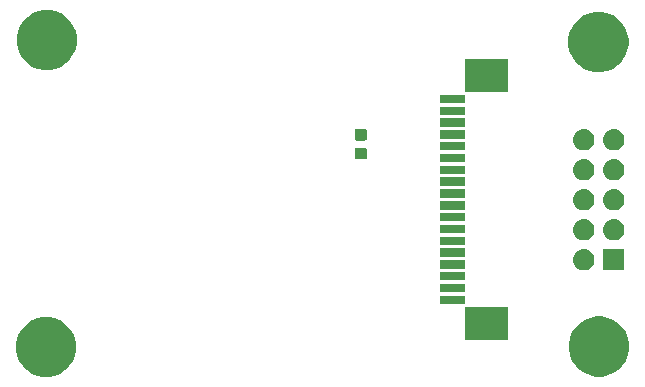
<source format=gbr>
G04 #@! TF.GenerationSoftware,KiCad,Pcbnew,(5.1.4)-1*
G04 #@! TF.CreationDate,2021-10-09T11:26:26+08:00*
G04 #@! TF.ProjectId,ConnectInterface,436f6e6e-6563-4744-996e-746572666163,rev?*
G04 #@! TF.SameCoordinates,Original*
G04 #@! TF.FileFunction,Soldermask,Top*
G04 #@! TF.FilePolarity,Negative*
%FSLAX46Y46*%
G04 Gerber Fmt 4.6, Leading zero omitted, Abs format (unit mm)*
G04 Created by KiCad (PCBNEW (5.1.4)-1) date 2021-10-09 11:26:26*
%MOMM*%
%LPD*%
G04 APERTURE LIST*
%ADD10C,0.100000*%
G04 APERTURE END LIST*
D10*
G36*
X133267492Y-79713713D02*
G01*
X133620837Y-79860073D01*
X133731746Y-79906013D01*
X134149562Y-80185189D01*
X134504885Y-80540512D01*
X134753366Y-80912390D01*
X134784062Y-80958330D01*
X134976361Y-81422582D01*
X135074394Y-81915427D01*
X135074394Y-82417933D01*
X134976361Y-82910778D01*
X134803091Y-83329090D01*
X134784061Y-83375032D01*
X134504885Y-83792848D01*
X134149562Y-84148171D01*
X133731746Y-84427347D01*
X133731745Y-84427348D01*
X133731744Y-84427348D01*
X133267492Y-84619647D01*
X132774647Y-84717680D01*
X132272141Y-84717680D01*
X131779296Y-84619647D01*
X131315044Y-84427348D01*
X131315043Y-84427348D01*
X131315042Y-84427347D01*
X130897226Y-84148171D01*
X130541903Y-83792848D01*
X130262727Y-83375032D01*
X130243697Y-83329090D01*
X130070427Y-82910778D01*
X129972394Y-82417933D01*
X129972394Y-81915427D01*
X130070427Y-81422582D01*
X130262726Y-80958330D01*
X130293422Y-80912390D01*
X130541903Y-80540512D01*
X130897226Y-80185189D01*
X131315042Y-79906013D01*
X131425951Y-79860073D01*
X131779296Y-79713713D01*
X132272141Y-79615680D01*
X132774647Y-79615680D01*
X133267492Y-79713713D01*
X133267492Y-79713713D01*
G37*
G36*
X180088418Y-79667773D02*
G01*
X180552670Y-79860072D01*
X180552672Y-79860073D01*
X180970488Y-80139249D01*
X181325811Y-80494572D01*
X181604987Y-80912388D01*
X181604988Y-80912390D01*
X181797287Y-81376642D01*
X181895320Y-81869487D01*
X181895320Y-82371993D01*
X181797287Y-82864838D01*
X181604988Y-83329090D01*
X181604987Y-83329092D01*
X181325811Y-83746908D01*
X180970488Y-84102231D01*
X180552672Y-84381407D01*
X180552671Y-84381408D01*
X180552670Y-84381408D01*
X180088418Y-84573707D01*
X179595573Y-84671740D01*
X179093067Y-84671740D01*
X178600222Y-84573707D01*
X178135970Y-84381408D01*
X178135969Y-84381408D01*
X178135968Y-84381407D01*
X177718152Y-84102231D01*
X177362829Y-83746908D01*
X177083653Y-83329092D01*
X177083652Y-83329090D01*
X176891353Y-82864838D01*
X176793320Y-82371993D01*
X176793320Y-81869487D01*
X176891353Y-81376642D01*
X177083652Y-80912390D01*
X177083653Y-80912388D01*
X177362829Y-80494572D01*
X177718152Y-80139249D01*
X178135968Y-79860073D01*
X178135970Y-79860072D01*
X178600222Y-79667773D01*
X179093067Y-79569740D01*
X179595573Y-79569740D01*
X180088418Y-79667773D01*
X180088418Y-79667773D01*
G37*
G36*
X171667780Y-81599120D02*
G01*
X167965780Y-81599120D01*
X167965780Y-78817120D01*
X171667780Y-78817120D01*
X171667780Y-81599120D01*
X171667780Y-81599120D01*
G37*
G36*
X168008600Y-78520580D02*
G01*
X165906600Y-78520580D01*
X165906600Y-77808580D01*
X168008600Y-77808580D01*
X168008600Y-78520580D01*
X168008600Y-78520580D01*
G37*
G36*
X168008600Y-77520580D02*
G01*
X165906600Y-77520580D01*
X165906600Y-76808580D01*
X168008600Y-76808580D01*
X168008600Y-77520580D01*
X168008600Y-77520580D01*
G37*
G36*
X168008600Y-76520580D02*
G01*
X165906600Y-76520580D01*
X165906600Y-75808580D01*
X168008600Y-75808580D01*
X168008600Y-76520580D01*
X168008600Y-76520580D01*
G37*
G36*
X181487380Y-75670980D02*
G01*
X179685380Y-75670980D01*
X179685380Y-73868980D01*
X181487380Y-73868980D01*
X181487380Y-75670980D01*
X181487380Y-75670980D01*
G37*
G36*
X178156822Y-73875498D02*
G01*
X178223007Y-73882017D01*
X178392846Y-73933537D01*
X178549371Y-74017202D01*
X178585109Y-74046532D01*
X178686566Y-74129794D01*
X178769828Y-74231251D01*
X178799158Y-74266989D01*
X178882823Y-74423514D01*
X178934343Y-74593353D01*
X178951739Y-74769980D01*
X178934343Y-74946607D01*
X178882823Y-75116446D01*
X178799158Y-75272971D01*
X178769828Y-75308709D01*
X178686566Y-75410166D01*
X178585109Y-75493428D01*
X178549371Y-75522758D01*
X178392846Y-75606423D01*
X178223007Y-75657943D01*
X178156823Y-75664461D01*
X178090640Y-75670980D01*
X178002120Y-75670980D01*
X177935937Y-75664461D01*
X177869753Y-75657943D01*
X177699914Y-75606423D01*
X177543389Y-75522758D01*
X177507651Y-75493428D01*
X177406194Y-75410166D01*
X177322932Y-75308709D01*
X177293602Y-75272971D01*
X177209937Y-75116446D01*
X177158417Y-74946607D01*
X177141021Y-74769980D01*
X177158417Y-74593353D01*
X177209937Y-74423514D01*
X177293602Y-74266989D01*
X177322932Y-74231251D01*
X177406194Y-74129794D01*
X177507651Y-74046532D01*
X177543389Y-74017202D01*
X177699914Y-73933537D01*
X177869753Y-73882017D01*
X177935938Y-73875498D01*
X178002120Y-73868980D01*
X178090640Y-73868980D01*
X178156822Y-73875498D01*
X178156822Y-73875498D01*
G37*
G36*
X168008600Y-75520580D02*
G01*
X165906600Y-75520580D01*
X165906600Y-74808580D01*
X168008600Y-74808580D01*
X168008600Y-75520580D01*
X168008600Y-75520580D01*
G37*
G36*
X168008600Y-74520580D02*
G01*
X165906600Y-74520580D01*
X165906600Y-73808580D01*
X168008600Y-73808580D01*
X168008600Y-74520580D01*
X168008600Y-74520580D01*
G37*
G36*
X168008600Y-73520580D02*
G01*
X165906600Y-73520580D01*
X165906600Y-72808580D01*
X168008600Y-72808580D01*
X168008600Y-73520580D01*
X168008600Y-73520580D01*
G37*
G36*
X180696823Y-71335499D02*
G01*
X180763007Y-71342017D01*
X180932846Y-71393537D01*
X181089371Y-71477202D01*
X181125109Y-71506532D01*
X181226566Y-71589794D01*
X181309828Y-71691251D01*
X181339158Y-71726989D01*
X181422823Y-71883514D01*
X181474343Y-72053353D01*
X181491739Y-72229980D01*
X181474343Y-72406607D01*
X181422823Y-72576446D01*
X181339158Y-72732971D01*
X181309828Y-72768709D01*
X181226566Y-72870166D01*
X181125109Y-72953428D01*
X181089371Y-72982758D01*
X180932846Y-73066423D01*
X180763007Y-73117943D01*
X180696822Y-73124462D01*
X180630640Y-73130980D01*
X180542120Y-73130980D01*
X180475938Y-73124462D01*
X180409753Y-73117943D01*
X180239914Y-73066423D01*
X180083389Y-72982758D01*
X180047651Y-72953428D01*
X179946194Y-72870166D01*
X179862932Y-72768709D01*
X179833602Y-72732971D01*
X179749937Y-72576446D01*
X179698417Y-72406607D01*
X179681021Y-72229980D01*
X179698417Y-72053353D01*
X179749937Y-71883514D01*
X179833602Y-71726989D01*
X179862932Y-71691251D01*
X179946194Y-71589794D01*
X180047651Y-71506532D01*
X180083389Y-71477202D01*
X180239914Y-71393537D01*
X180409753Y-71342017D01*
X180475937Y-71335499D01*
X180542120Y-71328980D01*
X180630640Y-71328980D01*
X180696823Y-71335499D01*
X180696823Y-71335499D01*
G37*
G36*
X178156823Y-71335499D02*
G01*
X178223007Y-71342017D01*
X178392846Y-71393537D01*
X178549371Y-71477202D01*
X178585109Y-71506532D01*
X178686566Y-71589794D01*
X178769828Y-71691251D01*
X178799158Y-71726989D01*
X178882823Y-71883514D01*
X178934343Y-72053353D01*
X178951739Y-72229980D01*
X178934343Y-72406607D01*
X178882823Y-72576446D01*
X178799158Y-72732971D01*
X178769828Y-72768709D01*
X178686566Y-72870166D01*
X178585109Y-72953428D01*
X178549371Y-72982758D01*
X178392846Y-73066423D01*
X178223007Y-73117943D01*
X178156822Y-73124462D01*
X178090640Y-73130980D01*
X178002120Y-73130980D01*
X177935938Y-73124462D01*
X177869753Y-73117943D01*
X177699914Y-73066423D01*
X177543389Y-72982758D01*
X177507651Y-72953428D01*
X177406194Y-72870166D01*
X177322932Y-72768709D01*
X177293602Y-72732971D01*
X177209937Y-72576446D01*
X177158417Y-72406607D01*
X177141021Y-72229980D01*
X177158417Y-72053353D01*
X177209937Y-71883514D01*
X177293602Y-71726989D01*
X177322932Y-71691251D01*
X177406194Y-71589794D01*
X177507651Y-71506532D01*
X177543389Y-71477202D01*
X177699914Y-71393537D01*
X177869753Y-71342017D01*
X177935937Y-71335499D01*
X178002120Y-71328980D01*
X178090640Y-71328980D01*
X178156823Y-71335499D01*
X178156823Y-71335499D01*
G37*
G36*
X168008600Y-72520580D02*
G01*
X165906600Y-72520580D01*
X165906600Y-71808580D01*
X168008600Y-71808580D01*
X168008600Y-72520580D01*
X168008600Y-72520580D01*
G37*
G36*
X168008600Y-71520580D02*
G01*
X165906600Y-71520580D01*
X165906600Y-70808580D01*
X168008600Y-70808580D01*
X168008600Y-71520580D01*
X168008600Y-71520580D01*
G37*
G36*
X180696822Y-68795498D02*
G01*
X180763007Y-68802017D01*
X180932846Y-68853537D01*
X181089371Y-68937202D01*
X181125109Y-68966532D01*
X181226566Y-69049794D01*
X181309828Y-69151251D01*
X181339158Y-69186989D01*
X181422823Y-69343514D01*
X181474343Y-69513353D01*
X181491739Y-69689980D01*
X181474343Y-69866607D01*
X181422823Y-70036446D01*
X181339158Y-70192971D01*
X181309828Y-70228709D01*
X181226566Y-70330166D01*
X181125109Y-70413428D01*
X181089371Y-70442758D01*
X181089369Y-70442759D01*
X180943778Y-70520580D01*
X180932846Y-70526423D01*
X180763007Y-70577943D01*
X180696822Y-70584462D01*
X180630640Y-70590980D01*
X180542120Y-70590980D01*
X180475938Y-70584462D01*
X180409753Y-70577943D01*
X180239914Y-70526423D01*
X180228983Y-70520580D01*
X180083391Y-70442759D01*
X180083389Y-70442758D01*
X180047651Y-70413428D01*
X179946194Y-70330166D01*
X179862932Y-70228709D01*
X179833602Y-70192971D01*
X179749937Y-70036446D01*
X179698417Y-69866607D01*
X179681021Y-69689980D01*
X179698417Y-69513353D01*
X179749937Y-69343514D01*
X179833602Y-69186989D01*
X179862932Y-69151251D01*
X179946194Y-69049794D01*
X180047651Y-68966532D01*
X180083389Y-68937202D01*
X180239914Y-68853537D01*
X180409753Y-68802017D01*
X180475938Y-68795498D01*
X180542120Y-68788980D01*
X180630640Y-68788980D01*
X180696822Y-68795498D01*
X180696822Y-68795498D01*
G37*
G36*
X178156822Y-68795498D02*
G01*
X178223007Y-68802017D01*
X178392846Y-68853537D01*
X178549371Y-68937202D01*
X178585109Y-68966532D01*
X178686566Y-69049794D01*
X178769828Y-69151251D01*
X178799158Y-69186989D01*
X178882823Y-69343514D01*
X178934343Y-69513353D01*
X178951739Y-69689980D01*
X178934343Y-69866607D01*
X178882823Y-70036446D01*
X178799158Y-70192971D01*
X178769828Y-70228709D01*
X178686566Y-70330166D01*
X178585109Y-70413428D01*
X178549371Y-70442758D01*
X178549369Y-70442759D01*
X178403778Y-70520580D01*
X178392846Y-70526423D01*
X178223007Y-70577943D01*
X178156822Y-70584462D01*
X178090640Y-70590980D01*
X178002120Y-70590980D01*
X177935938Y-70584462D01*
X177869753Y-70577943D01*
X177699914Y-70526423D01*
X177688983Y-70520580D01*
X177543391Y-70442759D01*
X177543389Y-70442758D01*
X177507651Y-70413428D01*
X177406194Y-70330166D01*
X177322932Y-70228709D01*
X177293602Y-70192971D01*
X177209937Y-70036446D01*
X177158417Y-69866607D01*
X177141021Y-69689980D01*
X177158417Y-69513353D01*
X177209937Y-69343514D01*
X177293602Y-69186989D01*
X177322932Y-69151251D01*
X177406194Y-69049794D01*
X177507651Y-68966532D01*
X177543389Y-68937202D01*
X177699914Y-68853537D01*
X177869753Y-68802017D01*
X177935938Y-68795498D01*
X178002120Y-68788980D01*
X178090640Y-68788980D01*
X178156822Y-68795498D01*
X178156822Y-68795498D01*
G37*
G36*
X168008600Y-70520580D02*
G01*
X165906600Y-70520580D01*
X165906600Y-69808580D01*
X168008600Y-69808580D01*
X168008600Y-70520580D01*
X168008600Y-70520580D01*
G37*
G36*
X168008600Y-69520580D02*
G01*
X165906600Y-69520580D01*
X165906600Y-68808580D01*
X168008600Y-68808580D01*
X168008600Y-69520580D01*
X168008600Y-69520580D01*
G37*
G36*
X168008600Y-68520580D02*
G01*
X165906600Y-68520580D01*
X165906600Y-67808580D01*
X168008600Y-67808580D01*
X168008600Y-68520580D01*
X168008600Y-68520580D01*
G37*
G36*
X180696823Y-66255499D02*
G01*
X180763007Y-66262017D01*
X180932846Y-66313537D01*
X181089371Y-66397202D01*
X181125109Y-66426532D01*
X181226566Y-66509794D01*
X181309828Y-66611251D01*
X181339158Y-66646989D01*
X181422823Y-66803514D01*
X181474343Y-66973353D01*
X181491739Y-67149980D01*
X181474343Y-67326607D01*
X181422823Y-67496446D01*
X181339158Y-67652971D01*
X181309828Y-67688709D01*
X181226566Y-67790166D01*
X181125109Y-67873428D01*
X181089371Y-67902758D01*
X180932846Y-67986423D01*
X180763007Y-68037943D01*
X180696823Y-68044461D01*
X180630640Y-68050980D01*
X180542120Y-68050980D01*
X180475937Y-68044461D01*
X180409753Y-68037943D01*
X180239914Y-67986423D01*
X180083389Y-67902758D01*
X180047651Y-67873428D01*
X179946194Y-67790166D01*
X179862932Y-67688709D01*
X179833602Y-67652971D01*
X179749937Y-67496446D01*
X179698417Y-67326607D01*
X179681021Y-67149980D01*
X179698417Y-66973353D01*
X179749937Y-66803514D01*
X179833602Y-66646989D01*
X179862932Y-66611251D01*
X179946194Y-66509794D01*
X180047651Y-66426532D01*
X180083389Y-66397202D01*
X180239914Y-66313537D01*
X180409753Y-66262017D01*
X180475937Y-66255499D01*
X180542120Y-66248980D01*
X180630640Y-66248980D01*
X180696823Y-66255499D01*
X180696823Y-66255499D01*
G37*
G36*
X178156823Y-66255499D02*
G01*
X178223007Y-66262017D01*
X178392846Y-66313537D01*
X178549371Y-66397202D01*
X178585109Y-66426532D01*
X178686566Y-66509794D01*
X178769828Y-66611251D01*
X178799158Y-66646989D01*
X178882823Y-66803514D01*
X178934343Y-66973353D01*
X178951739Y-67149980D01*
X178934343Y-67326607D01*
X178882823Y-67496446D01*
X178799158Y-67652971D01*
X178769828Y-67688709D01*
X178686566Y-67790166D01*
X178585109Y-67873428D01*
X178549371Y-67902758D01*
X178392846Y-67986423D01*
X178223007Y-68037943D01*
X178156823Y-68044461D01*
X178090640Y-68050980D01*
X178002120Y-68050980D01*
X177935937Y-68044461D01*
X177869753Y-68037943D01*
X177699914Y-67986423D01*
X177543389Y-67902758D01*
X177507651Y-67873428D01*
X177406194Y-67790166D01*
X177322932Y-67688709D01*
X177293602Y-67652971D01*
X177209937Y-67496446D01*
X177158417Y-67326607D01*
X177141021Y-67149980D01*
X177158417Y-66973353D01*
X177209937Y-66803514D01*
X177293602Y-66646989D01*
X177322932Y-66611251D01*
X177406194Y-66509794D01*
X177507651Y-66426532D01*
X177543389Y-66397202D01*
X177699914Y-66313537D01*
X177869753Y-66262017D01*
X177935937Y-66255499D01*
X178002120Y-66248980D01*
X178090640Y-66248980D01*
X178156823Y-66255499D01*
X178156823Y-66255499D01*
G37*
G36*
X168008600Y-67520580D02*
G01*
X165906600Y-67520580D01*
X165906600Y-66808580D01*
X168008600Y-66808580D01*
X168008600Y-67520580D01*
X168008600Y-67520580D01*
G37*
G36*
X168008600Y-66520580D02*
G01*
X165906600Y-66520580D01*
X165906600Y-65808580D01*
X168008600Y-65808580D01*
X168008600Y-66520580D01*
X168008600Y-66520580D01*
G37*
G36*
X159543611Y-65283905D02*
G01*
X159577589Y-65294213D01*
X159608910Y-65310954D01*
X159636359Y-65333481D01*
X159658886Y-65360930D01*
X159675627Y-65392251D01*
X159685935Y-65426229D01*
X159690020Y-65467710D01*
X159690020Y-66068930D01*
X159685935Y-66110411D01*
X159675627Y-66144389D01*
X159658886Y-66175710D01*
X159636359Y-66203159D01*
X159608910Y-66225686D01*
X159577589Y-66242427D01*
X159543611Y-66252735D01*
X159502130Y-66256820D01*
X158825910Y-66256820D01*
X158784429Y-66252735D01*
X158750451Y-66242427D01*
X158719130Y-66225686D01*
X158691681Y-66203159D01*
X158669154Y-66175710D01*
X158652413Y-66144389D01*
X158642105Y-66110411D01*
X158638020Y-66068930D01*
X158638020Y-65467710D01*
X158642105Y-65426229D01*
X158652413Y-65392251D01*
X158669154Y-65360930D01*
X158691681Y-65333481D01*
X158719130Y-65310954D01*
X158750451Y-65294213D01*
X158784429Y-65283905D01*
X158825910Y-65279820D01*
X159502130Y-65279820D01*
X159543611Y-65283905D01*
X159543611Y-65283905D01*
G37*
G36*
X168008600Y-65520580D02*
G01*
X165906600Y-65520580D01*
X165906600Y-64808580D01*
X168008600Y-64808580D01*
X168008600Y-65520580D01*
X168008600Y-65520580D01*
G37*
G36*
X180696822Y-63715498D02*
G01*
X180763007Y-63722017D01*
X180932846Y-63773537D01*
X180932848Y-63773538D01*
X180998406Y-63808580D01*
X181089371Y-63857202D01*
X181125109Y-63886532D01*
X181226566Y-63969794D01*
X181309828Y-64071251D01*
X181339158Y-64106989D01*
X181422823Y-64263514D01*
X181474343Y-64433353D01*
X181491739Y-64609980D01*
X181474343Y-64786607D01*
X181422823Y-64956446D01*
X181339158Y-65112971D01*
X181309828Y-65148709D01*
X181226566Y-65250166D01*
X181125109Y-65333428D01*
X181089371Y-65362758D01*
X180932846Y-65446423D01*
X180763007Y-65497943D01*
X180696823Y-65504461D01*
X180630640Y-65510980D01*
X180542120Y-65510980D01*
X180475937Y-65504461D01*
X180409753Y-65497943D01*
X180239914Y-65446423D01*
X180083389Y-65362758D01*
X180047651Y-65333428D01*
X179946194Y-65250166D01*
X179862932Y-65148709D01*
X179833602Y-65112971D01*
X179749937Y-64956446D01*
X179698417Y-64786607D01*
X179681021Y-64609980D01*
X179698417Y-64433353D01*
X179749937Y-64263514D01*
X179833602Y-64106989D01*
X179862932Y-64071251D01*
X179946194Y-63969794D01*
X180047651Y-63886532D01*
X180083389Y-63857202D01*
X180174354Y-63808580D01*
X180239912Y-63773538D01*
X180239914Y-63773537D01*
X180409753Y-63722017D01*
X180475938Y-63715498D01*
X180542120Y-63708980D01*
X180630640Y-63708980D01*
X180696822Y-63715498D01*
X180696822Y-63715498D01*
G37*
G36*
X178156822Y-63715498D02*
G01*
X178223007Y-63722017D01*
X178392846Y-63773537D01*
X178392848Y-63773538D01*
X178458406Y-63808580D01*
X178549371Y-63857202D01*
X178585109Y-63886532D01*
X178686566Y-63969794D01*
X178769828Y-64071251D01*
X178799158Y-64106989D01*
X178882823Y-64263514D01*
X178934343Y-64433353D01*
X178951739Y-64609980D01*
X178934343Y-64786607D01*
X178882823Y-64956446D01*
X178799158Y-65112971D01*
X178769828Y-65148709D01*
X178686566Y-65250166D01*
X178585109Y-65333428D01*
X178549371Y-65362758D01*
X178392846Y-65446423D01*
X178223007Y-65497943D01*
X178156823Y-65504461D01*
X178090640Y-65510980D01*
X178002120Y-65510980D01*
X177935937Y-65504461D01*
X177869753Y-65497943D01*
X177699914Y-65446423D01*
X177543389Y-65362758D01*
X177507651Y-65333428D01*
X177406194Y-65250166D01*
X177322932Y-65148709D01*
X177293602Y-65112971D01*
X177209937Y-64956446D01*
X177158417Y-64786607D01*
X177141021Y-64609980D01*
X177158417Y-64433353D01*
X177209937Y-64263514D01*
X177293602Y-64106989D01*
X177322932Y-64071251D01*
X177406194Y-63969794D01*
X177507651Y-63886532D01*
X177543389Y-63857202D01*
X177634354Y-63808580D01*
X177699912Y-63773538D01*
X177699914Y-63773537D01*
X177869753Y-63722017D01*
X177935938Y-63715498D01*
X178002120Y-63708980D01*
X178090640Y-63708980D01*
X178156822Y-63715498D01*
X178156822Y-63715498D01*
G37*
G36*
X159543611Y-63708905D02*
G01*
X159577589Y-63719213D01*
X159608910Y-63735954D01*
X159636359Y-63758481D01*
X159658886Y-63785930D01*
X159675627Y-63817251D01*
X159685935Y-63851229D01*
X159690020Y-63892710D01*
X159690020Y-64493930D01*
X159685935Y-64535411D01*
X159675627Y-64569389D01*
X159658886Y-64600710D01*
X159636359Y-64628159D01*
X159608910Y-64650686D01*
X159577589Y-64667427D01*
X159543611Y-64677735D01*
X159502130Y-64681820D01*
X158825910Y-64681820D01*
X158784429Y-64677735D01*
X158750451Y-64667427D01*
X158719130Y-64650686D01*
X158691681Y-64628159D01*
X158669154Y-64600710D01*
X158652413Y-64569389D01*
X158642105Y-64535411D01*
X158638020Y-64493930D01*
X158638020Y-63892710D01*
X158642105Y-63851229D01*
X158652413Y-63817251D01*
X158669154Y-63785930D01*
X158691681Y-63758481D01*
X158719130Y-63735954D01*
X158750451Y-63719213D01*
X158784429Y-63708905D01*
X158825910Y-63704820D01*
X159502130Y-63704820D01*
X159543611Y-63708905D01*
X159543611Y-63708905D01*
G37*
G36*
X168008600Y-64520580D02*
G01*
X165906600Y-64520580D01*
X165906600Y-63808580D01*
X168008600Y-63808580D01*
X168008600Y-64520580D01*
X168008600Y-64520580D01*
G37*
G36*
X168008600Y-63520580D02*
G01*
X165906600Y-63520580D01*
X165906600Y-62808580D01*
X168008600Y-62808580D01*
X168008600Y-63520580D01*
X168008600Y-63520580D01*
G37*
G36*
X168008600Y-62520580D02*
G01*
X165906600Y-62520580D01*
X165906600Y-61808580D01*
X168008600Y-61808580D01*
X168008600Y-62520580D01*
X168008600Y-62520580D01*
G37*
G36*
X168008600Y-61520580D02*
G01*
X165906600Y-61520580D01*
X165906600Y-60808580D01*
X168008600Y-60808580D01*
X168008600Y-61520580D01*
X168008600Y-61520580D01*
G37*
G36*
X171670320Y-60542520D02*
G01*
X167968320Y-60542520D01*
X167968320Y-57760520D01*
X171670320Y-57760520D01*
X171670320Y-60542520D01*
X171670320Y-60542520D01*
G37*
G36*
X180033526Y-53878813D02*
G01*
X180497778Y-54071112D01*
X180497780Y-54071113D01*
X180915596Y-54350289D01*
X181270919Y-54705612D01*
X181550095Y-55123428D01*
X181550096Y-55123430D01*
X181742395Y-55587682D01*
X181840428Y-56080527D01*
X181840428Y-56583033D01*
X181742395Y-57075878D01*
X181550096Y-57540130D01*
X181550095Y-57540132D01*
X181270919Y-57957948D01*
X180915596Y-58313271D01*
X180497780Y-58592447D01*
X180497779Y-58592448D01*
X180497778Y-58592448D01*
X180033526Y-58784747D01*
X179540681Y-58882780D01*
X179038175Y-58882780D01*
X178545330Y-58784747D01*
X178081078Y-58592448D01*
X178081077Y-58592448D01*
X178081076Y-58592447D01*
X177663260Y-58313271D01*
X177307937Y-57957948D01*
X177028761Y-57540132D01*
X177028760Y-57540130D01*
X176836461Y-57075878D01*
X176738428Y-56583033D01*
X176738428Y-56080527D01*
X176836461Y-55587682D01*
X177028760Y-55123430D01*
X177028761Y-55123428D01*
X177307937Y-54705612D01*
X177663260Y-54350289D01*
X178081076Y-54071113D01*
X178081078Y-54071112D01*
X178545330Y-53878813D01*
X179038175Y-53780780D01*
X179540681Y-53780780D01*
X180033526Y-53878813D01*
X180033526Y-53878813D01*
G37*
G36*
X133320386Y-53713713D02*
G01*
X133718976Y-53878814D01*
X133784640Y-53906013D01*
X134202456Y-54185189D01*
X134557779Y-54540512D01*
X134668095Y-54705612D01*
X134836956Y-54958330D01*
X135029255Y-55422582D01*
X135127288Y-55915427D01*
X135127288Y-56417933D01*
X135029255Y-56910778D01*
X134960868Y-57075879D01*
X134836955Y-57375032D01*
X134557779Y-57792848D01*
X134202456Y-58148171D01*
X133784640Y-58427347D01*
X133784639Y-58427348D01*
X133784638Y-58427348D01*
X133320386Y-58619647D01*
X132827541Y-58717680D01*
X132325035Y-58717680D01*
X131832190Y-58619647D01*
X131367938Y-58427348D01*
X131367937Y-58427348D01*
X131367936Y-58427347D01*
X130950120Y-58148171D01*
X130594797Y-57792848D01*
X130315621Y-57375032D01*
X130191708Y-57075879D01*
X130123321Y-56910778D01*
X130025288Y-56417933D01*
X130025288Y-55915427D01*
X130123321Y-55422582D01*
X130315620Y-54958330D01*
X130484481Y-54705612D01*
X130594797Y-54540512D01*
X130950120Y-54185189D01*
X131367936Y-53906013D01*
X131433600Y-53878814D01*
X131832190Y-53713713D01*
X132325035Y-53615680D01*
X132827541Y-53615680D01*
X133320386Y-53713713D01*
X133320386Y-53713713D01*
G37*
M02*

</source>
